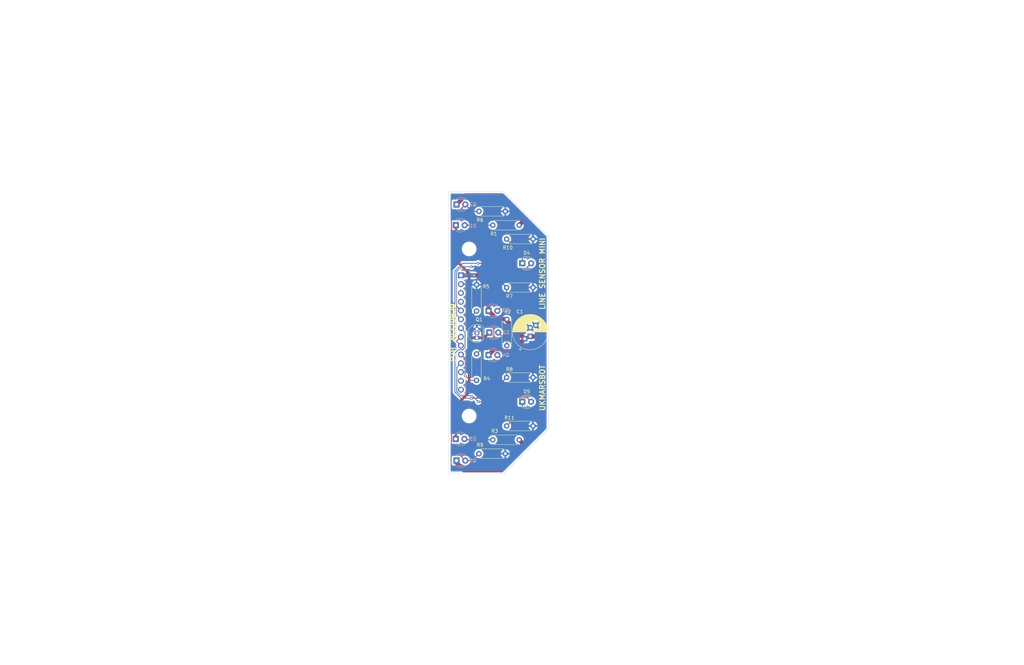
<source format=kicad_pcb>
(kicad_pcb (version 20211014) (generator pcbnew)
  (title_block (title "UKMARSBOT Template") (date "2022-08-19"))
  (layers (0 "F.Cu" signal) (31 "B.Cu" signal) (34 "B.Paste" user) (35 "F.Paste" user) (36 "B.SilkS" user "B.Silkscreen") (37 "F.SilkS" user "F.Silkscreen") (38 "B.Mask" user) (39 "F.Mask" user) (44 "Edge.Cuts" user))
  (net 0 "")
  (net 1 "GND")
  (net 2 "Net-(D1-Pad2)")
  (net 3 "Net-(D2-Pad2)")
  (net 4 "Net-(D3-Pad2)")
  (net 5 "5V")
  (net 6 "D6_LED_RIGHT")
  (net 7 "D12_EMITTERS")
  (net 8 "D11_LED_LEFT")
  (net 11 "Net-(Q1-Pad2)")
  (net 12 "Net-(D4-Pad1)")
  (net 13 "Net-(D5-Pad1)")
  (net 15 "A3_TURN")
  (net 16 "A2_LEFT_LINE")
  (net 17 "A1_RIGHT_LINE")
  (net 18 "A0_START")
  (net 19 "/EMITTER_K")
  (footprint "LED_THT:LED_D3.0mm" (layer "F.Cu") (at 159.725 85)
    (fp_text reference "D4" (at 1.27 -2.96) (layer "F.SilkS"))
    (fp_text value "LED")
    (fp_line (start -0.29 -1.236) (end -0.29 -1.08) (layer "F.SilkS") (width 0.12))
    (fp_line (start -0.29 1.08) (end -0.29 1.236) (layer "F.SilkS") (width 0.12))
    (fp_arc (start 2.31113 1.079837) (mid 1.270117 1.5) (end 0.229039 1.08) (layer "F.SilkS") (width 0.12))
    (fp_arc (start -0.29 -1.235516) (mid 1.366487 -1.987659) (end 2.942335 -1.078608) (layer "F.SilkS") (width 0.12))
    (fp_arc (start 2.942335 1.078608) (mid 1.366487 1.987659) (end -0.29 1.235516) (layer "F.SilkS") (width 0.12))
    (fp_arc (start 0.229039 -1.08) (mid 1.270117 -1.5) (end 2.31113 -1.079837) (layer "F.SilkS") (width 0.12))
    (pad "1" thru_hole rect (at 0 0) (size 1.8 1.8) (drill 0.9) (layers *.Cu *.Mask) (net 12 "Net-(D4-Pad1)"))
    (pad "2" thru_hole circle (at 2.54 0) (size 1.8 1.8) (drill 0.9) (layers *.Cu *.Mask) (net 8 "D11_LED_LEFT"))
  )
  (footprint "Package_TO_SOT_THT:TO-92_Inline" (layer "F.Cu") (at 146.61 106.52 90)
    (fp_text reference "Q1" (at 5.27 0.64 180) (layer "F.SilkS"))
    (fp_text value "BC337")
    (fp_line (start -0.53 1.85) (end 3.07 1.85) (layer "F.SilkS") (width 0.12))
    (fp_arc (start 1.27 -2.6) (mid 3.672087 -0.994977) (end 3.108478 1.838478) (layer "F.SilkS") (width 0.12))
    (fp_arc (start -0.568478 1.838478) (mid -1.132087 -0.994977) (end 1.27 -2.6) (layer "F.SilkS") (width 0.12))
    (pad "1" thru_hole rect (at 0 0 90) (size 1.05 1.5) (drill 0.75) (layers *.Cu *.Mask) (net 19 "/EMITTER_K"))
    (pad "2" thru_hole oval (at 1.27 0 90) (size 1.05 1.5) (drill 0.75) (layers *.Cu *.Mask) (net 11 "Net-(Q1-Pad2)"))
    (pad "3" thru_hole oval (at 2.54 0 90) (size 1.05 1.5) (drill 0.75) (layers *.Cu *.Mask) (net 1 "GND"))
  )
  (footprint "Resistor_THT:R_Axial_DIN0207_L6.3mm_D2.5mm_P7.62mm_Horizontal" (layer "F.Cu") (at 151.19 136)
    (fp_text reference "R3" (at 0.54 -2.5) (layer "F.SilkS"))
    (fp_text value "68R")
    (fp_line (start 7.08 1.37) (end 7.08 1.04) (layer "F.SilkS") (width 0.12))
    (fp_line (start 0.54 -1.04) (end 0.54 -1.37) (layer "F.SilkS") (width 0.12))
    (fp_line (start 0.54 1.04) (end 0.54 1.37) (layer "F.SilkS") (width 0.12))
    (fp_line (start 0.54 -1.37) (end 7.08 -1.37) (layer "F.SilkS") (width 0.12))
    (fp_line (start 0.54 1.37) (end 7.08 1.37) (layer "F.SilkS") (width 0.12))
    (fp_line (start 7.08 -1.37) (end 7.08 -1.04) (layer "F.SilkS") (width 0.12))
    (pad "1" thru_hole circle (at 0 0) (size 1.6 1.6) (drill 0.8) (layers *.Cu *.Mask) (net 4 "Net-(D3-Pad2)"))
    (pad "2" thru_hole oval (at 7.62 0) (size 1.6 1.6) (drill 0.8) (layers *.Cu *.Mask) (net 5 "5V"))
  )
  (footprint "Resistor_THT:R_Axial_DIN0207_L6.3mm_D2.5mm_P7.62mm_Horizontal" (layer "F.Cu") (at 155.25 101.19 -90)
    (fp_text reference "R2" (at -2.19 -0.25 180) (layer "F.SilkS"))
    (fp_text value "68R")
    (fp_line (start 0.54 1.37) (end 7.08 1.37) (layer "F.SilkS") (width 0.12))
    (fp_line (start 0.54 -1.37) (end 7.08 -1.37) (layer "F.SilkS") (width 0.12))
    (fp_line (start 0.54 -1.04) (end 0.54 -1.37) (layer "F.SilkS") (width 0.12))
    (fp_line (start 0.54 1.04) (end 0.54 1.37) (layer "F.SilkS") (width 0.12))
    (fp_line (start 7.08 -1.37) (end 7.08 -1.04) (layer "F.SilkS") (width 0.12))
    (fp_line (start 7.08 1.37) (end 7.08 1.04) (layer "F.SilkS") (width 0.12))
    (pad "1" thru_hole circle (at 0 0 270) (size 1.6 1.6) (drill 0.8) (layers *.Cu *.Mask) (net 5 "5V"))
    (pad "2" thru_hole oval (at 7.62 0 270) (size 1.6 1.6) (drill 0.8) (layers *.Cu *.Mask) (net 3 "Net-(D2-Pad2)"))
  )
  (footprint "LED_THT:LED_D3.0mm" (layer "F.Cu") (at 159.725 125)
    (fp_text reference "D5" (at 1.27 -2.96) (layer "F.SilkS"))
    (fp_text value "LED")
    (fp_line (start -0.29 1.08) (end -0.29 1.236) (layer "F.SilkS") (width 0.12))
    (fp_line (start -0.29 -1.236) (end -0.29 -1.08) (layer "F.SilkS") (width 0.12))
    (fp_arc (start -0.29 -1.235516) (mid 1.366487 -1.987659) (end 2.942335 -1.078608) (layer "F.SilkS") (width 0.12))
    (fp_arc (start 2.942335 1.078608) (mid 1.366487 1.987659) (end -0.29 1.235516) (layer "F.SilkS") (width 0.12))
    (fp_arc (start 2.31113 1.079837) (mid 1.270117 1.5) (end 0.229039 1.08) (layer "F.SilkS") (width 0.12))
    (fp_arc (start 0.229039 -1.08) (mid 1.270117 -1.5) (end 2.31113 -1.079837) (layer "F.SilkS") (width 0.12))
    (pad "1" thru_hole rect (at 0 0) (size 1.8 1.8) (drill 0.9) (layers *.Cu *.Mask) (net 13 "Net-(D5-Pad1)"))
    (pad "2" thru_hole circle (at 2.54 0) (size 1.8 1.8) (drill 0.9) (layers *.Cu *.Mask) (net 6 "D6_LED_RIGHT"))
  )
  (footprint "Resistor_THT:R_Axial_DIN0207_L6.3mm_D2.5mm_P7.62mm_Horizontal" (layer "F.Cu") (at 146.5 118.81 90)
    (fp_text reference "R4" (at 0.475 2.95 180) (layer "F.SilkS"))
    (fp_text value "390")
    (fp_line (start 0.54 -1.04) (end 0.54 -1.37) (layer "F.SilkS") (width 0.12))
    (fp_line (start 0.54 1.04) (end 0.54 1.37) (layer "F.SilkS") (width 0.12))
    (fp_line (start 7.08 -1.37) (end 7.08 -1.04) (layer "F.SilkS") (width 0.12))
    (fp_line (start 0.54 -1.37) (end 7.08 -1.37) (layer "F.SilkS") (width 0.12))
    (fp_line (start 7.08 1.37) (end 7.08 1.04) (layer "F.SilkS") (width 0.12))
    (fp_line (start 0.54 1.37) (end 7.08 1.37) (layer "F.SilkS") (width 0.12))
    (pad "1" thru_hole circle (at 0 0 90) (size 1.6 1.6) (drill 0.8) (layers *.Cu *.Mask) (net 7 "D12_EMITTERS"))
    (pad "2" thru_hole oval (at 7.62 0 90) (size 1.6 1.6) (drill 0.8) (layers *.Cu *.Mask) (net 11 "Net-(Q1-Pad2)"))
  )
  (footprint "MountingHole:MountingHole_3.2mm_M3" (layer "F.Cu") (at 144.37 129.13)
    (fp_text reference "H1" hide)
    (fp_text value "MountingHole" hide)
    (pad "" np_thru_hole circle (at 0 0) (size 3.2 3.2) (drill 3.2) (layers *.Cu *.Mask))
  )
  (footprint "Resistor_THT:R_Axial_DIN0207_L6.3mm_D2.5mm_P7.62mm_Horizontal" (layer "F.Cu") (at 146.5 98.81 90)
    (fp_text reference "R5" (at 7.08 2.75 180) (layer "F.SilkS"))
    (fp_text value "10k")
    (fp_line (start 0.54 -1.37) (end 7.08 -1.37) (layer "F.SilkS") (width 0.12))
    (fp_line (start 0.54 -1.04) (end 0.54 -1.37) (layer "F.SilkS") (width 0.12))
    (fp_line (start 0.54 1.04) (end 0.54 1.37) (layer "F.SilkS") (width 0.12))
    (fp_line (start 7.08 1.37) (end 7.08 1.04) (layer "F.SilkS") (width 0.12))
    (fp_line (start 0.54 1.37) (end 7.08 1.37) (layer "F.SilkS") (width 0.12))
    (fp_line (start 7.08 -1.37) (end 7.08 -1.04) (layer "F.SilkS") (width 0.12))
    (pad "1" thru_hole circle (at 0 0 90) (size 1.6 1.6) (drill 0.8) (layers *.Cu *.Mask) (net 11 "Net-(Q1-Pad2)"))
    (pad "2" thru_hole oval (at 7.62 0 90) (size 1.6 1.6) (drill 0.8) (layers *.Cu *.Mask) (net 1 "GND"))
  )
  (footprint "Resistor_THT:R_Axial_DIN0207_L6.3mm_D2.5mm_P7.62mm_Horizontal" (layer "F.Cu") (at 155.19 92)
    (fp_text reference "R7" (at 0.81 2.5) (layer "F.SilkS"))
    (fp_text value "2k0")
    (fp_line (start 7.08 -1.37) (end 7.08 -1.04) (layer "F.SilkS") (width 0.12))
    (fp_line (start 0.54 1.04) (end 0.54 1.37) (layer "F.SilkS") (width 0.12))
    (fp_line (start 7.08 1.37) (end 7.08 1.04) (layer "F.SilkS") (width 0.12))
    (fp_line (start 0.54 -1.04) (end 0.54 -1.37) (layer "F.SilkS") (width 0.12))
    (fp_line (start 0.54 1.37) (end 7.08 1.37) (layer "F.SilkS") (width 0.12))
    (fp_line (start 0.54 -1.37) (end 7.08 -1.37) (layer "F.SilkS") (width 0.12))
    (pad "1" thru_hole circle (at 0 0) (size 1.6 1.6) (drill 0.8) (layers *.Cu *.Mask) (net 16 "A2_LEFT_LINE"))
    (pad "2" thru_hole oval (at 7.62 0) (size 1.6 1.6) (drill 0.8) (layers *.Cu *.Mask) (net 1 "GND"))
  )
  (footprint "Resistor_THT:R_Axial_DIN0207_L6.3mm_D2.5mm_P7.62mm_Horizontal" (layer "F.Cu") (at 155.19 132)
    (fp_text reference "R11" (at 0.81 -2.37) (layer "F.SilkS"))
    (fp_text value "2k0")
    (fp_line (start 7.08 1.37) (end 7.08 1.04) (layer "F.SilkS") (width 0.12))
    (fp_line (start 0.54 -1.37) (end 7.08 -1.37) (layer "F.SilkS") (width 0.12))
    (fp_line (start 0.54 1.04) (end 0.54 1.37) (layer "F.SilkS") (width 0.12))
    (fp_line (start 0.54 -1.04) (end 0.54 -1.37) (layer "F.SilkS") (width 0.12))
    (fp_line (start 0.54 1.37) (end 7.08 1.37) (layer "F.SilkS") (width 0.12))
    (fp_line (start 7.08 -1.37) (end 7.08 -1.04) (layer "F.SilkS") (width 0.12))
    (pad "1" thru_hole circle (at 0 0) (size 1.6 1.6) (drill 0.8) (layers *.Cu *.Mask) (net 13 "Net-(D5-Pad1)"))
    (pad "2" thru_hole oval (at 7.62 0) (size 1.6 1.6) (drill 0.8) (layers *.Cu *.Mask) (net 1 "GND"))
  )
  (footprint "Resistor_THT:R_Axial_DIN0207_L6.3mm_D2.5mm_P7.62mm_Horizontal" (layer "F.Cu") (at 147.19 70)
    (fp_text reference "R6" (at 0.31 2.5) (layer "F.SilkS"))
    (fp_text value "2k0")
    (fp_line (start 7.08 1.37) (end 7.08 1.04) (layer "F.SilkS") (width 0.12))
    (fp_line (start 7.08 -1.37) (end 7.08 -1.04) (layer "F.SilkS") (width 0.12))
    (fp_line (start 0.54 -1.37) (end 7.08 -1.37) (layer "F.SilkS") (width 0.12))
    (fp_line (start 0.54 -1.04) (end 0.54 -1.37) (layer "F.SilkS") (width 0.12))
    (fp_line (start 0.54 1.37) (end 7.08 1.37) (layer "F.SilkS") (width 0.12))
    (fp_line (start 0.54 1.04) (end 0.54 1.37) (layer "F.SilkS") (width 0.12))
    (pad "1" thru_hole circle (at 0 0) (size 1.6 1.6) (drill 0.8) (layers *.Cu *.Mask) (net 15 "A3_TURN"))
    (pad "2" thru_hole oval (at 7.62 0) (size 1.6 1.6) (drill 0.8) (layers *.Cu *.Mask) (net 1 "GND"))
  )
  (footprint "MountingHole:MountingHole_3.2mm_M3" (layer "F.Cu") (at 144.37 80.87)
    (fp_text reference "H2" hide)
    (fp_text value "MountingHole" hide)
    (pad "" np_thru_hole circle (at 0 0) (size 3.2 3.2) (drill 3.2) (layers *.Cu *.Mask))
  )
  (footprint "Resistor_THT:R_Axial_DIN0207_L6.3mm_D2.5mm_P7.62mm_Horizontal" (layer "F.Cu") (at 155.19 118)
    (fp_text reference "R8" (at 0.81 -2.37) (layer "F.SilkS"))
    (fp_text value "2k0")
    (fp_line (start 7.08 1.37) (end 7.08 1.04) (layer "F.SilkS") (width 0.12))
    (fp_line (start 0.54 1.37) (end 7.08 1.37) (layer "F.SilkS") (width 0.12))
    (fp_line (start 0.54 -1.37) (end 7.08 -1.37) (layer "F.SilkS") (width 0.12))
    (fp_line (start 0.54 1.04) (end 0.54 1.37) (layer "F.SilkS") (width 0.12))
    (fp_line (start 0.54 -1.04) (end 0.54 -1.37) (layer "F.SilkS") (width 0.12))
    (fp_line (start 7.08 -1.37) (end 7.08 -1.04) (layer "F.SilkS") (width 0.12))
    (pad "1" thru_hole circle (at 0 0) (size 1.6 1.6) (drill 0.8) (layers *.Cu *.Mask) (net 17 "A1_RIGHT_LINE"))
    (pad "2" thru_hole oval (at 7.62 0) (size 1.6 1.6) (drill 0.8) (layers *.Cu *.Mask) (net 1 "GND"))
  )
  (footprint "Resistor_THT:R_Axial_DIN0207_L6.3mm_D2.5mm_P7.62mm_Horizontal" (layer "F.Cu") (at 155.19 78)
    (fp_text reference "R10" (at 0.31 2.5) (layer "F.SilkS"))
    (fp_text value "2k0")
    (fp_line (start 0.54 -1.37) (end 7.08 -1.37) (layer "F.SilkS") (width 0.12))
    (fp_line (start 7.08 1.37) (end 7.08 1.04) (layer "F.SilkS") (width 0.12))
    (fp_line (start 0.54 1.37) (end 7.08 1.37) (layer "F.SilkS") (width 0.12))
    (fp_line (start 0.54 -1.04) (end 0.54 -1.37) (layer "F.SilkS") (width 0.12))
    (fp_line (start 7.08 -1.37) (end 7.08 -1.04) (layer "F.SilkS") (width 0.12))
    (fp_line (start 0.54 1.04) (end 0.54 1.37) (layer "F.SilkS") (width 0.12))
    (pad "1" thru_hole circle (at 0 0) (size 1.6 1.6) (drill 0.8) (layers *.Cu *.Mask) (net 12 "Net-(D4-Pad1)"))
    (pad "2" thru_hole oval (at 7.62 0) (size 1.6 1.6) (drill 0.8) (layers *.Cu *.Mask) (net 1 "GND"))
  )
  (footprint "Capacitor_THT:CP_Radial_D10.0mm_P2.50mm_P5.00mm" (layer "F.Cu") (at 162 106.117677 90)
    (fp_text reference "C1" (at 7.117677 -3 180) (layer "F.SilkS"))
    (fp_text value "C_Polarized")
    (fp_line (start 2.971 -4.783) (end 2.971 -1.04) (layer "F.SilkS") (width 0.12))
    (fp_line (start 3.611 -4.504) (end 3.611 0.56) (layer "F.SilkS") (width 0.12))
    (fp_line (start 5.131 -3.301) (end 5.131 3.301) (layer "F.SilkS") (width 0.12))
    (fp_line (start 3.011 -4.768) (end 3.011 -1.04) (layer "F.SilkS") (width 0.12))
    (fp_line (start 2.251 -4.982) (end 2.251 -1.04) (layer "F.SilkS") (width 0.12))
    (fp_line (start 3.331 -4.639) (end 3.331 -1.04) (layer "F.SilkS") (width 0.12))
    (fp_line (start 5.211 -3.206) (end 5.211 3.206) (layer "F.SilkS") (width 0.12))
    (fp_line (start 2.491 2.64) (end 2.491 4.928) (layer "F.SilkS") (width 0.12))
    (fp_line (start 4.771 -3.679) (end 4.771 3.679) (layer "F.SilkS") (width 0.12))
    (fp_line (start 5.691 -2.51) (end 5.691 2.51) (layer "F.SilkS") (width 0.12))
    (fp_line (start 2.051 1.04) (end 2.051 5.018) (layer "F.SilkS") (width 0.12))
    (fp_line (start 5.771 -2.365) (end 5.771 2.365) (layer "F.SilkS") (width 0.12))
    (fp_line (start 4.451 -3.957) (end 4.451 3.957) (layer "F.SilkS") (width 0.12))
    (fp_line (start 2.891 -4.811) (end 2.891 -1.04) (layer "F.SilkS") (width 0.12))
    (fp_line (start 4.971 -3.478) (end 4.971 3.478) (layer "F.SilkS") (width 0.12))
    (fp_line (start 4.171 -4.166) (end 4.171 0.56) (layer "F.SilkS") (width 0.12))
    (fp_line (start 1.89 1.04) (end 1.89 5.04) (layer "F.SilkS") (width 0.12))
    (fp_line (start 4.531 -3.892) (end 4.531 3.892) (layer "F.SilkS") (width 0.12))
    (fp_line (start 2.131 -5.004) (end 2.131 -1.04) (layer "F.SilkS") (width 0.12))
    (fp_line (start 1.73 1.04) (end 1.73 5.058) (layer "F.SilkS") (width 0.12))
    (fp_line (start 1.85 1.04) (end 1.85 5.045) (layer "F.SilkS") (width 0.12))
    (fp_line (start 3.171 2.64) (end 3.171 4.707) (layer "F.SilkS") (width 0.12))
    (fp_line (start 3.931 -4.323) (end 3.931 0.56) (layer "F.SilkS") (width 0.12))
    (fp_line (start 4.171 2.64) (end 4.171 4.166) (layer "F.SilkS") (width 0.12))
    (fp_line (start 2.251 2.64) (end 2.251 4.982) (layer "F.SilkS") (width 0.12))
    (fp_line (start 2.131 1.04) (end 2.131 5.004) (layer "F.SilkS") (width 0.12))
    (fp_line (start 3.971 -4.298) (end 3.971 0.56) (layer "F.SilkS") (width 0.12))
    (fp_line (start 3.491 -4.564) (end 3.491 -1.04) (layer "F.SilkS") (width 0.12))
    (fp_line (start 2.531 -4.918) (end 2.531 -1.04) (layer "F.SilkS") (width 0.12))
    (fp_line (start 4.051 -4.247) (end 4.051 0.56) (layer "F.SilkS") (width 0.12))
    (fp_line (start 2.331 -4.965) (end 2.331 -1.04) (layer "F.SilkS") (width 0.12))
    (fp_line (start 2.291 -4.974) (end 2.291 -1.04) (layer "F.SilkS") (width 0.12))
    (fp_line (start 3.251 2.64) (end 3.251 4.674) (layer "F.SilkS") (width 0.12))
    (fp_line (start 6.211 -1.23) (end 6.211 1.23) (layer "F.SilkS") (width 0.12))
    (fp_line (start 3.091 2.64) (end 3.091 4.738) (layer "F.SilkS") (width 0.12))
    (fp_line (start 5.171 -3.254) (end 5.171 3.254) (layer "F.SilkS") (width 0.12))
    (fp_line (start 1.77 -5.054) (end 1.77 -1.04) (layer "F.SilkS") (width 0.12))
    (fp_line (start 4.091 2.64) (end 4.091 4.221) (layer "F.SilkS") (width 0.12))
    (fp_line (start 4.251 -4.11) (end 4.251 4.11) (layer "F.SilkS") (width 0.12))
    (fp_line (start 3.531 2.64) (end 3.531 4.545) (layer "F.SilkS") (width 0.12))
    (fp_line (start 3.851 2.64) (end 3.851 4.371) (layer "F.SilkS") (width 0.12))
    (fp_line (start 5.731 -2.439) (end 5.731 2.439) (layer "F.SilkS") (width 0.12))
    (fp_line (start 3.971 2.64) (end 3.971 4.298) (layer "F.SilkS") (width 0.12))
    (fp_line (start 6.291 -0.862) (end 6.291 0.862) (layer "F.SilkS") (width 0.12))
    (fp_line (start 3.451 2.64) (end 3.451 4.584) (layer "F.SilkS") (width 0.12))
    (fp_line (start 3.531 -4.545) (end 3.531 -1.04) (layer "F.SilkS") (width 0.12))
    (fp_line (start 2.091 -5.011) (end 2.091 -1.04) (layer "F.SilkS") (width 0.12))
    (fp_line (start -4.229646 -2.875) (end -3.229646 -2.875) (layer "F.SilkS") (width 0.12))
    (fp_line (start 3.131 2.64) (end 3.131 4.723) (layer "F.SilkS") (width 0.12))
    (fp_line (start 1.65 -5.065) (end 1.65 -1.04) (layer "F.SilkS") (width 0.12))
    (fp_line (start 2.091 1.04) (end 2.091 5.011) (layer "F.SilkS") (width 0.12))
    (fp_line (start 1.971 -5.03) (end 1.971 -1.04) (layer "F.SilkS") (width 0.12))
    (fp_line (start 2.571 2.64) (end 2.571 4.907) (layer "F.SilkS") (width 0.12))
    (fp_line (start 2.531 2.64) (end 2.531 4.918) (layer "F.SilkS") (width 0.12))
    (fp_line (start 3.931 2.64) (end 3.931 4.323) (layer "F.SilkS") (width 0.12))
    (fp_line (start 3.051 -4.754) (end 3.051 -1.04) (layer "F.SilkS") (width 0.12))
    (fp_line (start 6.171 -1.378) (end 6.171 1.378) (layer "F.SilkS") (width 0.12))
    (fp_line (start 4.691 -3.753) (end 4.691 3.753) (layer "F.SilkS") (width 0.12))
    (fp_line (start -3.729646 -3.375) (end -3.729646 -2.375) (layer "F.SilkS") (width 0.12))
    (fp_line (start 4.731 -3.716) (end 4.731 3.716) (layer "F.SilkS") (width 0.12))
    (fp_line (start 4.091 -4.221) (end 4.091 0.56) (layer "F.SilkS") (width 0.12))
    (fp_line (start 2.291 2.64) (end 2.291 4.974) (layer "F.SilkS") (width 0.12))
    (fp_line (start 2.611 -4.897) (end 2.611 -1.04) (layer "F.SilkS") (width 0.12))
    (fp_line (start 2.851 -4.824) (end 2.851 -1.04) (layer "F.SilkS") (width 0.12))
    (fp_line (start 3.891 -4.347) (end 3.891 0.56) (layer "F.SilkS") (width 0.12))
    (fp_line (start 2.851 2.64) (end 2.851 4.824) (layer "F.SilkS") (width 0.12))
    (fp_line (start 4.291 -4.08) (end 4.291 4.08) (layer "F.SilkS") (width 0.12))
    (fp_line (start 4.211 2.64) (end 4.211 4.138) (layer "F.SilkS") (width 0.12))
    (fp_line (start 3.771 2.64) (end 3.771 4.417) (layer "F.SilkS") (width 0.12))
    (fp_line (start 3.811 2.64) (end 3.811 4.395) (layer "F.SilkS") (width 0.12))
    (fp_line (start 2.371 -4.956) (end 2.371 -1.04) (layer "F.SilkS") (width 0.12))
    (fp_line (start 2.011 -5.024) (end 2.011 -1.04) (layer "F.SilkS") (width 0.12))
    (fp_line (start 3.771 -4.417) (end 3.771 0.56) (layer "F.SilkS") (width 0.12))
    (fp_line (start 5.411 -2.945) (end 5.411 2.945) (layer "F.SilkS") (width 0.12))
    (fp_line (start 2.891 2.64) (end 2.891 4.811) (layer "F.SilkS") (width 0.12))
    (fp_line (start 4.611 -3.824) (end 4.611 3.824) (layer "F.SilkS") (width 0.12))
    (fp_line (start 3.731 -4.44) (end 3.731 0.56) (layer "F.SilkS") (width 0.12))
    (fp_line (start 6.051 -1.742) (end 6.051 1.742) (layer "F.SilkS") (width 0.12))
    (fp_line (start 3.691 -4.462) (end 3.691 0.56) (layer "F.SilkS") (width 0.12))
    (fp_line (start 1.29 -5.08) (end 1.29 5.08) (layer "F.SilkS") (width 0.12))
    (fp_line (start 1.37 -5.079) (end 1.37 5.079) (layer "F.SilkS") (width 0.12))
    (fp_line (start 5.891 -2.125) (end 5.891 2.125) (layer "F.SilkS") (width 0.12))
    (fp_line (start 2.771 -4.85) (end 2.771 -1.04) (layer "F.SilkS") (width 0.12))
    (fp_line (start 4.331 -4.05) (end 4.331 4.05) (layer "F.SilkS") (width 0.12))
    (fp_line (start 3.411 -4.603) (end 3.411 -1.04) (layer "F.SilkS") (width 0.12))
    (fp_line (start 1.85 -5.045) (end 1.85 -1.04) (layer "F.SilkS") (width 0.12))
    (fp_line (start 4.651 -3.789) (end 4.651 3.789) (layer "F.SilkS") (width 0.12))
    (fp_line (start 5.811 -2.289) (end 5.811 2.289) (layer "F.SilkS") (width 0.12))
    (fp_line (start 4.011 2.64) (end 4.011 4.273) (layer "F.SilkS") (width 0.12))
    (fp_line (start 2.971 2.64) (end 2.971 4.783) (layer "F.SilkS") (width 0.12))
    (fp_line (start 3.451 -4.584) (end 3.451 -1.04) (layer "F.SilkS") (width 0.12))
    (fp_line (start 1.69 1.04) (end 1.69 5.062) (layer "F.SilkS") (width 0.12))
    (fp_line (start 1.41 -5.078) (end 1.41 5.078) (layer "F.SilkS") (width 0.12))
    (fp_line (start 3.171 -4.707) (end 3.171 -1.04) (layer "F.SilkS") (width 0.12))
    (fp_line (start 2.571 -4.907) (end 2.571 -1.04) (layer "F.SilkS") (width 0.12))
    (fp_line (start 1.77 1.04) (end 1.77 5.054) (layer "F.SilkS") (width 0.12))
    (fp_line (start 2.451 2.64) (end 2.451 4.938) (layer "F.SilkS") (width 0.12))
    (fp_line (start 1.93 -5.035) (end 1.93 -1.04) (layer "F.SilkS") (width 0.12))
    (fp_line (start 5.851 -2.209) (end 5.851 2.209) (layer "F.SilkS") (width 0.12))
    (fp_line (start 2.731 -4.862) (end 2.731 -1.04) (layer "F.SilkS") (width 0.12))
    (fp_line (start 1.33 -5.08) (end 1.33 5.08) (layer "F.SilkS") (width 0.12))
    (fp_line (start 5.971 -1.944) (end 5.971 1.944) (layer "F.SilkS") (width 0.12))
    (fp_line (start 5.371 -3) (end 5.371 3) (layer "F.SilkS") (width 0.12))
    (fp_line (start 2.211 2.64) (end 2.211 4.99) (layer "F.SilkS") (width 0.12))
    (fp_line (start 2.331 2.64) (end 2.331 4.965) (layer "F.SilkS") (width 0.12))
    (fp_line (start 1.61 1.04) (end 1.61 5.068) (layer "F.SilkS") (width 0.12))
    (fp_line (start 1.57 -5.07) (end 1.57 -1.04) (layer "F.SilkS") (width 0.12))
    (fp_line (start 2.771 2.64) (end 2.771 4.85) (layer "F.SilkS") (width 0.12))
    (fp_line (start 2.171 2.64) (end 2.171 4.997) (layer "F.SilkS") (width 0.12))
    (fp_line (start 4.051 2.64) (end 4.051 4.247) (layer "F.SilkS") (width 0.12))
    (fp_line (start 3.331 2.64) (end 3.331 4.639) (layer "F.SilkS") (width 0.12))
    (fp_line (start 5.931 -2.037) (end 5.931 2.037) (layer "F.SilkS") (width 0.12))
    (fp_line (start 4.211 -4.138) (end 4.211 0.56) (layer "F.SilkS") (width 0.12))
    (fp_line (start 2.731 2.64) (end 2.731 4.862) (layer "F.SilkS") (width 0.12))
    (fp_line (start 3.731 2.64) (end 3.731 4.44) (layer "F.SilkS") (width 0.12))
    (fp_line (start 3.411 2.64) (end 3.411 4.603) (layer "F.SilkS") (width 0.12))
    (fp_line (start 1.89 -5.04) (end 1.89 -1.04) (layer "F.SilkS") (width 0.12))
    (fp_line (start 3.211 2.64) (end 3.211 4.69) (layer "F.SilkS") (width 0.12))
    (fp_line (start 3.571 2.64) (end 3.571 4.525) (layer "F.SilkS") (width 0.12))
    (fp_line (start 3.131 -4.723) (end 3.131 -1.04) (layer "F.SilkS") (width 0.12))
    (fp_line (start 1.53 -5.073) (end 1.53 -1.04) (layer "F.SilkS") (width 0.12))
    (fp_line (start 1.45 -5.077) (end 1.45 5.077) (layer "F.SilkS") (width 0.12))
    (fp_line (start 2.931 -4.797) (end 2.931 -1.04) (layer "F.SilkS") (width 0.12))
    (fp_line (start 2.691 -4.874) (end 2.691 -1.04) (layer "F.SilkS") (width 0.12))
    (fp_line (start 3.811 -4.395) (end 3.811 0.56) (layer "F.SilkS") (width 0.12))
    (fp_line (start 4.411 -3.989) (end 4.411 3.989) (layer "F.SilkS") (width 0.12))
    (fp_line (start 3.651 -4.483) (end 3.651 0.56) (layer "F.SilkS") (width 0.12))
    (fp_line (start 2.171 -4.997) (end 2.171 -1.04) (layer "F.SilkS") (width 0.12))
    (fp_line (start 2.051 -5.018) (end 2.051 -1.04) (layer "F.SilkS") (width 0.12))
    (fp_line (start 2.411 -4.947) (end 2.411 -1.04) (layer "F.SilkS") (width 0.12))
    (fp_line (start 1.53 1.04) (end 1.53 5.073) (layer "F.SilkS") (width 0.12))
    (fp_line (start 6.011 -1.846) (end 6.011 1.846) (layer "F.SilkS") (width 0.12))
    (fp_line (start 1.61 -5.068) (end 1.61 -1.04) (layer "F.SilkS") (width 0.12))
    (fp_line (start 3.291 2.64) (end 3.291 4.657) (layer "F.SilkS") (width 0.12))
    (fp_line (start 4.851 -3.601) (end 4.851 3.601) (layer "F.SilkS") (width 0.12))
    (fp_line (start 1.971 1.04) (end 1.971 5.03) (layer "F.SilkS") (width 0.12))
    (fp_line (start 2.451 -4.938) (end 2.451 -1.04) (layer "F.SilkS") (width 0.12))
    (fp_line (start 2.211 -4.99) (end 2.211 -1.04) (layer "F.SilkS") (width 0.12))
    (fp_line (start 3.491 2.64) (end 3.491 4.564) (layer "F.SilkS") (width 0.12))
    (fp_line (start 3.011 2.64) (end 3.011 4.768) (layer "F.SilkS") (width 0.12))
    (fp_line (start 3.371 -4.621) (end 3.371 -1.04) (layer "F.SilkS") (width 0.12))
    (fp_line (start 5.571 -2.709) (end 5.571 2.709) (layer "F.SilkS") (width 0.12))
    (fp_line (start 3.891 2.64) (end 3.891 4.347) (layer "F.SilkS") (width 0.12))
    (fp_line (start 2.651 -4.885) (end 2.651 -1.04) (layer "F.SilkS") (width 0.12))
    (fp_line (start 5.251 -3.156) (end 5.251 3.156) (layer "F.SilkS") (width 0.12))
    (fp_line (start 1.65 1.04) (end 1.65 5.065) (layer "F.SilkS") (width 0.12))
    (fp_line (start 5.651 -2.579) (end 5.651 2.579) (layer "F.SilkS") (width 0.12))
    (fp_line (start 4.131 -4.194) (end 4.131 0.56) (layer "F.SilkS") (width 0.12))
    (fp_line (start 4.131 2.64) (end 4.131 4.194) (layer "F.SilkS") (width 0.12))
    (fp_line (start 6.331 -0.599) (end 6.331 0.599) (layer "F.SilkS") (width 0.12))
    (fp_line (start 3.091 -4.738) (end 3.091 -1.04) (layer "F.SilkS") (width 0.12))
    (fp_line (start 5.331 -3.054) (end 5.331 3.054) (layer "F.SilkS") (width 0.12))
    (fp_line (start 1.49 1.04) (end 1.49 5.075) (layer "F.SilkS") (width 0.12))
    (fp_line (start 5.291 -3.106) (end 5.291 3.106) (layer "F.SilkS") (width 0.12))
    (fp_line (start 2.011 1.04) (end 2.011 5.024) (layer "F.SilkS") (width 0.12))
    (fp_line (start 2.931 2.64) (end 2.931 4.797) (layer "F.SilkS") (width 0.12))
    (fp_line (start 5.491 -2.83) (end 5.491 2.83) (layer "F.SilkS") (width 0.12))
    (fp_line (start 2.691 2.64) (end 2.691 4.874) (layer "F.SilkS") (width 0.12))
    (fp_line (start 4.811 -3.64) (end 4.811 3.64) (layer "F.SilkS") (width 0.12))
    (fp_line (start 4.011 -4.273) (end 4.011 0.56) (layer "F.SilkS") (width 0.12))
    (fp_line (start 3.211 -4.69) (end 3.211 -1.04) (layer "F.SilkS") (width 0.12))
    (fp_line (start 3.611 2.64) (end 3.611 4.504) (layer "F.SilkS") (width 0.12))
    (fp_line (start 1.73 -5.058) (end 1.73 -1.04) (layer "F.SilkS") (width 0.12))
    (fp_line (start 3.371 2.64) (end 3.371 4.621) (layer "F.SilkS") (width 0.12))
    (fp_line (start 3.251 -4.674) (end 3.251 -1.04) (layer "F.SilkS") (width 0.12))
    (fp_line (start 1.93 1.04) (end 1.93 5.035) (layer "F.SilkS") (width 0.12))
    (fp_line (start 1.69 -5.062) (end 1.69 -1.04) (layer "F.SilkS") (width 0.12))
    (fp_line (start 5.451 -2.889) (end 5.451 2.889) (layer "F.SilkS") (width 0.12))
    (fp_line (start 2.611 2.64) (end 2.611 4.897) (layer "F.SilkS") (width 0.12))
    (fp_line (start 3.851 -4.371) (end 3.851 0.56) (layer "F.SilkS") (width 0.12))
    (fp_line (start 3.291 -4.657) (end 3.291 -1.04) (layer "F.SilkS") (width 0.12))
    (fp_line (start 5.531 -2.77) (end 5.531 2.77) (layer "F.SilkS") (width 0.12))
    (fp_line (start 2.651 2.64) (end 2.651 4.885) (layer "F.SilkS") (width 0.12))
    (fp_line (start 5.091 -3.347) (end 5.091 3.347) (layer "F.SilkS") (width 0.12))
    (fp_line (start 1.81 -5.05) (end 1.81 -1.04) (layer "F.SilkS") (width 0.12))
    (fp_line (start 3.051 2.64) (end 3.051 4.754) (layer "F.SilkS") (width 0.12))
    (fp_line (start 4.371 -4.02) (end 4.371 4.02) (layer "F.SilkS") (width 0.12))
    (fp_line (start 2.411 2.64) (end 2.411 4.947) (layer "F.SilkS") (width 0.12))
    (fp_line (start 3.651 2.64) (end 3.651 4.483) (layer "F.SilkS") (width 0.12))
    (fp_line (start 5.011 -3.436) (end 5.011 3.436) (layer "F.SilkS") (width 0.12))
    (fp_line (start 5.611 -2.645) (end 5.611 2.645) (layer "F.SilkS") (width 0.12))
    (fp_line (start 6.251 -1.062) (end 6.251 1.062) (layer "F.SilkS") (width 0.12))
    (fp_line (start 2.491 -4.928) (end 2.491 -1.04) (layer "F.SilkS") (width 0.12))
    (fp_line (start 2.371 2.64) (end 2.371 4.956) (layer "F.SilkS") (width 0.12))
    (fp_line (start 1.57 1.04) (end 1.57 5.07) (layer "F.SilkS") (width 0.12))
    (fp_line (start 4.491 -3.925) (end 4.491 3.925) (layer "F.SilkS") (width 0.12))
    (fp_line (start 1.81 1.04) (end 1.81 5.05) (layer "F.SilkS") (width 0.12))
    (fp_line (start 1.25 -5.08) (end 1.25 5.08) (layer "F.SilkS") (width 0.12))
    (fp_line (start 1.49 -5.075) (end 1.49 -1.04) (layer "F.SilkS") (width 0.12))
    (fp_line (start 4.891 -3.561) (end 4.891 3.561) (layer "F.SilkS") (width 0.12))
    (fp_line (start 4.931 -3.52) (end 4.931 3.52) (layer "F.SilkS") (width 0.12))
    (fp_line (start 3.571 -4.525) (end 3.571 0.56) (layer "F.SilkS") (width 0.12))
    (fp_line (start 2.811 2.64) (end 2.811 4.837) (layer "F.SilkS") (width 0.12))
    (fp_line (start 4.571 -3.858) (end 4.571 3.858) (layer "F.SilkS") (width 0.12))
    (fp_line (start 2.811 -4.837) (end 2.811 -1.04) (layer "F.SilkS") (width 0.12))
    (fp_line (start 6.091 -1.63) (end 6.091 1.63) (layer "F.SilkS") (width 0.12))
    (fp_line (start 5.051 -3.392) (end 5.051 3.392) (layer "F.SilkS") (width 0.12))
    (fp_line (start 3.691 2.64) (end 3.691 4.462) (layer "F.SilkS") (width 0.12))
    (fp_line (start 6.131 -1.51) (end 6.131 1.51) (layer "F.SilkS") (width 0.12))
    (fp_circle (center 1.25 0) (end 6.37 0) (layer "F.SilkS") (width 0.12) (fill none))
    (pad "1" thru_hole rect (at -0.670937 -1.6 90) (size 1.6 1.6) (drill 0.8) (layers *.Cu *.Mask) (net 5 "5V"))
    (pad "1" thru_hole rect (at 0 0 90) (size 1.6 1.6) (drill 0.8) (layers *.Cu *.Mask) (net 5 "5V"))
    (pad "2" thru_hole circle (at 2.5 0 90) (size 1.6 1.6) (drill 0.8) (layers *.Cu *.Mask) (net 1 "GND"))
    (pad "2" thru_hole circle (at 3.170937 1.6 90) (size 1.6 1.6) (drill 0.8) (layers *.Cu *.Mask) (net 1 "GND"))
  )
  (footprint "Resistor_THT:R_Axial_DIN0207_L6.3mm_D2.5mm_P7.62mm_Horizontal" (layer "F.Cu") (at 147.19 140)
    (fp_text reference "R9" (at 0.31 -2.5) (layer "F.SilkS"))
    (fp_text value "2k0")
    (fp_line (start 0.54 1.04) (end 0.54 1.37) (layer "F.SilkS") (width 0.12))
    (fp_line (start 7.08 1.37) (end 7.08 1.04) (layer "F.SilkS") (width 0.12))
    (fp_line (start 0.54 1.37) (end 7.08 1.37) (layer "F.SilkS") (width 0.12))
    (fp_line (start 0.54 -1.37) (end 7.08 -1.37) (layer "F.SilkS") (width 0.12))
    (fp_line (start 0.54 -1.04) (end 0.54 -1.37) (layer "F.SilkS") (width 0.12))
    (fp_line (start 7.08 -1.37) (end 7.08 -1.04) (layer "F.SilkS") (width 0.12))
    (pad "1" thru_hole circle (at 0 0) (size 1.6 1.6) (drill 0.8) (layers *.Cu *.Mask) (net 18 "A0_START"))
    (pad "2" thru_hole oval (at 7.62 0) (size 1.6 1.6) (drill 0.8) (layers *.Cu *.Mask) (net 1 "GND"))
  )
  (footprint "Resistor_THT:R_Axial_DIN0207_L6.3mm_D2.5mm_P7.62mm_Horizontal" (layer "F.Cu") (at 151.19 74)
    (fp_text reference "R1" (at 0.31 2.5) (layer "F.SilkS"))
    (fp_text value "68R")
    (fp_line (start 0.54 -1.37) (end 7.08 -1.37) (layer "F.SilkS") (width 0.12))
    (fp_line (start 7.08 -1.37) (end 7.08 -1.04) (layer "F.SilkS") (width 0.12))
    (fp_line (start 0.54 -1.04) (end 0.54 -1.37) (layer "F.SilkS") (width 0.12))
    (fp_line (start 0.54 1.37) (end 7.08 1.37) (layer "F.SilkS") (width 0.12))
    (fp_line (start 0.54 1.04) (end 0.54 1.37) (layer "F.SilkS") (width 0.12))
    (fp_line (start 7.08 1.37) (end 7.08 1.04) (layer "F.SilkS") (width 0.12))
    (pad "1" thru_hole circle (at 0 0) (size 1.6 1.6) (drill 0.8) (layers *.Cu *.Mask) (net 2 "Net-(D1-Pad2)"))
    (pad "2" thru_hole oval (at 7.62 0) (size 1.6 1.6) (drill 0.8) (layers *.Cu *.Mask) (net 5 "5V"))
  )
  (footprint "LED_THT:LED_D3.0mm" (layer "B.Cu") (at 140.475 135.75)
    (fp_text reference "D3" (at 5.025 0) (layer "B.SilkS") (effects (justify mirror)))
    (fp_text value "LED")
    (fp_line (start -0.29 1.236) (end -0.29 1.08) (layer "B.SilkS") (width 0.12))
    (fp_line (start -0.29 -1.08) (end -0.29 -1.236) (layer "B.SilkS") (width 0.12))
    (fp_arc (start -0.29 -1.235516) (mid 1.366487 -1.987659) (end 2.942335 -1.078608) (layer "B.SilkS") (width 0.12))
    (fp_arc (start 2.942335 1.078608) (mid 1.366487 1.987659) (end -0.29 1.235516) (layer "B.SilkS") (width 0.12))
    (fp_arc (start 2.31113 1.079837) (mid 1.270117 1.5) (end 0.229039 1.08) (layer "B.SilkS") (width 0.12))
    (fp_arc (start 0.229039 -1.08) (mid 1.270117 -1.5) (end 2.31113 -1.079837) (layer "B.SilkS") (width 0.12))
    (pad "1" thru_hole rect (at 0 0) (size 1.8 1.8) (drill 0.9) (layers *.Cu *.Mask) (net 19 "/EMITTER_K"))
    (pad "2" thru_hole circle (at 2.54 0) (size 1.8 1.8) (drill 0.9) (layers *.Cu *.Mask) (net 4 "Net-(D3-Pad2)"))
  )
  (footprint "LED_THT:LED_D3.0mm_IRGrey" (layer "B.Cu") (at 140.725 142)
    (fp_text reference "Q5" (at 4.775 0) (layer "B.SilkS") (effects (justify mirror)))
    (fp_text value "Q_Photo_NPN")
    (fp_line (start -0.29 -1.08) (end -0.29 -1.236) (layer "B.SilkS") (width 0.12))
    (fp_line (start -0.29 1.236) (end -0.29 1.08) (layer "B.SilkS") (width 0.12))
    (fp_arc (start 2.31113 1.079837) (mid 1.270117 1.5) (end 0.229039 1.08) (layer "B.SilkS") (width 0.12))
    (fp_arc (start 0.229039 -1.08) (mid 1.270117 -1.5) (end 2.31113 -1.079837) (layer "B.SilkS") (width 0.12))
    (fp_arc (start 2.942335 1.078608) (mid 1.366487 1.987659) (end -0.29 1.235516) (layer "B.SilkS") (width 0.12))
    (fp_arc (start -0.29 -1.235516) (mid 1.366487 -1.987659) (end 2.942335 -1.078608) (layer "B.SilkS") (width 0.12))
    (pad "1" thru_hole rect (at 0 0) (size 1.8 1.8) (drill 0.9) (layers *.Cu *.Mask) (net 5 "5V"))
    (pad "2" thru_hole circle (at 2.54 0) (size 1.8 1.8) (drill 0.9) (layers *.Cu *.Mask) (net 18 "A0_START"))
  )
  (footprint "LED_THT:LED_D3.0mm_IRGrey" (layer "B.Cu") (at 149.975 111.5)
    (fp_text reference "Q4" (at 5.025 0) (layer "B.SilkS") (effects (justify mirror)))
    (fp_text value "Q_Photo_NPN")
    (fp_line (start -0.29 1.236) (end -0.29 1.08) (layer "B.SilkS") (width 0.12))
    (fp_line (start -0.29 -1.08) (end -0.29 -1.236) (layer "B.SilkS") (width 0.12))
    (fp_arc (start 2.942335 1.078608) (mid 1.366487 1.987659) (end -0.29 1.235516) (layer "B.SilkS") (width 0.12))
    (fp_arc (start 2.31113 1.079837) (mid 1.270117 1.5) (end 0.229039 1.08) (layer "B.SilkS") (width 0.12))
    (fp_arc (start 0.229039 -1.08) (mid 1.270117 -1.5) (end 2.31113 -1.079837) (layer "B.SilkS") (width 0.12))
    (fp_arc (start -0.29 -1.235516) (mid 1.366487 -1.987659) (end 2.942335 -1.078608) (layer "B.SilkS") (width 0.12))
    (pad "1" thru_hole rect (at 0 0) (size 1.8 1.8) (drill 0.9) (layers *.Cu *.Mask) (net 5 "5V"))
    (pad "2" thru_hole circle (at 2.54 0) (size 1.8 1.8) (drill 0.9) (layers *.Cu *.Mask) (net 17 "A1_RIGHT_LINE"))
  )
  (footprint "LED_THT:LED_D3.0mm" (layer "B.Cu") (at 150.225 105)
    (fp_text reference "D2" (at 4.775 0) (layer "B.SilkS") (effects (justify mirror)))
    (fp_text value "LED")
    (fp_line (start -0.29 -1.08) (end -0.29 -1.236) (layer "B.SilkS") (width 0.12))
    (fp_line (start -0.29 1.236) (end -0.29 1.08) (layer "B.SilkS") (width 0.12))
    (fp_arc (start -0.29 -1.235516) (mid 1.366487 -1.987659) (end 2.942335 -1.078608) (layer "B.SilkS") (width 0.12))
    (fp_arc (start 2.942335 1.078608) (mid 1.366487 1.987659) (end -0.29 1.235516) (layer "B.SilkS") (width 0.12))
    (fp_arc (start 0.229039 -1.08) (mid 1.270117 -1.5) (end 2.31113 -1.079837) (layer "B.SilkS") (width 0.12))
    (fp_arc (start 2.31113 1.079837) (mid 1.270117 1.5) (end 0.229039 1.08) (layer "B.SilkS") (width 0.12))
    (pad "1" thru_hole rect (at 0 0) (size 1.8 1.8) (drill 0.9) (layers *.Cu *.Mask) (net 19 "/EMITTER_K"))
    (pad "2" thru_hole circle (at 2.54 0) (size 1.8 1.8) (drill 0.9) (layers *.Cu *.Mask) (net 3 "Net-(D2-Pad2)"))
  )
  (footprint "ukmarsbot:PinHeader_1x14_P2.54mm_Vertical" (layer "B.Cu") (at 142 88.49 180)
    (fp_text reference "J1" (at 0 2.33) (layer "B.SilkS") (effects (justify mirror)))
    (fp_text value "SENSORS")
    (fp_line (start -1.33 -1.27) (end -1.33 -34.35) (layer "B.SilkS") (width 0.12))
    (fp_line (start -1.33 -34.35) (end 1.33 -34.35) (layer "B.SilkS") (width 0.12))
    (fp_line (start 1.33 -1.27) (end 1.33 -34.35) (layer "B.SilkS") (width 0.12))
    (fp_line (start -1.33 0) (end -1.33 1.33) (layer "B.SilkS") (width 0.12))
    (fp_line (start -1.33 1.33) (end 0 1.33) (layer "B.SilkS") (width 0.12))
    (fp_line (start -1.33 -1.27) (end 1.33 -1.27) (layer "B.SilkS") (width 0.12))
    (pad "1" thru_hole rect (at 0 0 180) (size 1.7 1.7) (drill 1) (layers *.Cu *.Mask) (net 5 "5V"))
    (pad "2" thru_hole oval (at 0 -2.54 180) (size 1.7 1.7) (drill 1) (layers *.Cu *.Mask) (net 1 "GND"))
    (pad "3" thru_hole oval (at 0 -5.08 180) (size 1.7 1.7) (drill 1) (layers *.Cu *.Mask))
    (pad "4" thru_hole oval (at 0 -7.62 180) (size 1.7 1.7) (drill 1) (layers *.Cu *.Mask))
    (pad "5" thru_hole oval (at 0 -10.16 180) (size 1.7 1.7) (drill 1) (layers *.Cu *.Mask) (net 15 "A3_TURN"))
    (pad "6" thru_hole oval (at 0 -12.7 180) (size 1.7 1.7) (drill 1) (layers *.Cu *.Mask) (net 16 "A2_LEFT_LINE"))
    (pad "7" thru_hole oval (at 0 -15.24 180) (size 1.7 1.7) (drill 1) (layers *.Cu *.Mask) (net 17 "A1_RIGHT_LINE"))
    (pad "8" thru_hole oval (at 0 -17.78 180) (size 1.7 1.7) (drill 1) (layers *.Cu *.Mask) (net 18 "A0_START"))
    (pad "9" thru_hole oval (at 0 -20.32 180) (size 1.7 1.7) (drill 1) (layers *.Cu *.Mask) (net 8 "D11_LED_LEFT"))
    (pad "10" thru_hole oval (at 0 -22.86 180) (size 1.7 1.7) (drill 1) (layers *.Cu *.Mask) (net 7 "D12_EMITTERS"))
    (pad "11" thru_hole oval (at 0 -25.4 180) (size 1.7 1.7) (drill 1) (layers *.Cu *.Mask) (net 6 "D6_LED_RIGHT"))
    (pad "12" thru_hole oval (at 0 -27.94 180) (size 1.7 1.7) (drill 1) (layers *.Cu *.Mask) (net 1 "GND"))
    (pad "13" thru_hole oval (at 0 -30.48 180) (size 1.7 1.7) (drill 1) (layers *.Cu *.Mask))
    (pad "14" thru_hole oval (at 0 -33.02 180) (size 1.7 1.7) (drill 1) (layers *.Cu *.Mask))
  )
  (footprint "LED_THT:LED_D3.0mm_IRGrey" (layer "B.Cu") (at 149.975 98.75)
    (fp_text reference "Q3" (at 5.025 -0.25) (layer "B.SilkS") (effects (justify mirror)))
    (fp_text value "Q_Photo_NPN")
    (fp_line (start -0.29 -1.08) (end -0.29 -1.236) (layer "B.SilkS") (width 0.12))
    (fp_line (start -0.29 1.236) (end -0.29 1.08) (layer "B.SilkS") (width 0.12))
    (fp_arc (start -0.29 -1.235516) (mid 1.366487 -1.987659) (end 2.942335 -1.078608) (layer "B.SilkS") (width 0.12))
    (fp_arc (start 2.942335 1.078608) (mid 1.366487 1.987659) (end -0.29 1.235516) (layer "B.SilkS") (width 0.12))
    (fp_arc (start 0.229039 -1.08) (mid 1.270117 -1.5) (end 2.31113 -1.079837) (layer "B.SilkS") (width 0.12))
    (fp_arc (start 2.31113 1.079837) (mid 1.270117 1.5) (end 0.229039 1.08) (layer "B.SilkS") (width 0.12))
    (pad "1" thru_hole rect (at 0 0) (size 1.8 1.8) (drill 0.9) (layers *.Cu *.Mask) (net 5 "5V"))
    (pad "2" thru_hole circle (at 2.54 0) (size 1.8 1.8) (drill 0.9) (layers *.Cu *.Mask) (net 16 "A2_LEFT_LINE"))
  )
  (footprint "LED_THT:LED_D3.0mm_IRGrey" (layer "B.Cu") (at 140.725 68)
    (fp_text reference "Q2" (at 4.775 0) (layer "B.SilkS") (effects (justify mirror)))
    (fp_text value "Q_Photo_NPN")
    (fp_line (start -0.29 -1.08) (end -0.29 -1.236) (layer "B.SilkS") (width 0.12))
    (fp_line (start -0.29 1.236) (end -0.29 1.08) (layer "B.SilkS") (width 0.12))
    (fp_arc (start 2.942335 1.078608) (mid 1.366487 1.987659) (end -0.29 1.235516) (layer "B.SilkS") (width 0.12))
    (fp_arc (start -0.29 -1.235516) (mid 1.366487 -1.987659) (end 2.942335 -1.078608) (layer "B.SilkS") (width 0.12))
    (fp_arc (start 0.229039 -1.08) (mid 1.270117 -1.5) (end 2.31113 -1.079837) (layer "B.SilkS") (width 0.12))
    (fp_arc (start 2.31113 1.079837) (mid 1.270117 1.5) (end 0.229039 1.08) (layer "B.SilkS") (width 0.12))
    (pad "1" thru_hole rect (at 0 0) (size 1.8 1.8) (drill 0.9) (layers *.Cu *.Mask) (net 5 "5V"))
    (pad "2" thru_hole circle (at 2.54 0) (size 1.8 1.8) (drill 0.9) (layers *.Cu *.Mask) (net 15 "A3_TURN"))
  )
  (footprint "LED_THT:LED_D3.0mm" (layer "B.Cu") (at 140.55 74)
    (fp_text reference "D1" (at 4.95 0.17) (layer "B.SilkS") (effects (justify mirror)))
    (fp_text value "LED")
    (fp_line (start -0.29 -1.08) (end -0.29 -1.236) (layer "B.SilkS") (width 0.12))
    (fp_line (start -0.29 1.236) (end -0.29 1.08) (layer "B.SilkS") (width 0.12))
    (fp_arc (start 2.31113 1.079837) (mid 1.270117 1.5) (end 0.229039 1.08) (layer "B.SilkS") (width 0.12))
    (fp_arc (start 2.942335 1.078608) (mid 1.366487 1.987659) (end -0.29 1.235516) (layer "B.SilkS") (width 0.12))
    (fp_arc (start -0.29 -1.235516) (mid 1.366487 -1.987659) (end 2.942335 -1.078608) (layer "B.SilkS") (width 0.12))
    (fp_arc (start 0.229039 -1.08) (mid 1.270117 -1.5) (end 2.31113 -1.079837) (layer "B.SilkS") (width 0.12))
    (pad "1" thru_hole rect (at 0 0) (size 1.8 1.8) (drill 0.9) (layers *.Cu *.Mask) (net 19 "/EMITTER_K"))
    (pad "2" thru_hole circle (at 2.54 0) (size 1.8 1.8) (drill 0.9) (layers *.Cu *.Mask) (net 2 "Net-(D1-Pad2)"))
  )
  (gr_line (start 154.53 64.36) (end 167.23 77.06) (layer "Edge.Cuts") (width 0.1))
  (gr_line (start 167.23 132.94) (end 154.53 145.64) (layer "Edge.Cuts") (width 0.1))
  (gr_line (start 167.23 77.06) (end 167.23 132.94) (layer "Edge.Cuts") (width 0.1))
  (gr_line (start 154.53 145.64) (end 138.528 145.64) (layer "Edge.Cuts") (width 0.1))
  (gr_line (start 138.528 64.36) (end 154.53 64.36) (layer "Edge.Cuts") (width 0.1))
  (gr_line (start 138.528 145.64) (end 138.528 64.36) (layer "Edge.Cuts") (width 0.1))
  (gr_text "LINE SENSOR MINI" (at 165.5 88 90) (layer "F.SilkS") (effects (font (size 1.5 1.5) (thickness 0.3))))
  (gr_text "PJH 20220820" (at 139.75 105 90) (layer "F.SilkS") (effects (font (size 1.5 1.5) (thickness 0.3))))
  (gr_text "UKMARSBOT" (at 165.5 121 90) (layer "F.SilkS") (effects (font (size 1.5 1.5) (thickness 0.3))))
  (segment (start 151.19 74) (end 143.09 74) (width 0.25) (layer "F.Cu") (net 2))
  (segment (start 155.25 108.81) (end 155.25 107.485) (width 0.25) (layer "F.Cu") (net 3))
  (segment (start 155.25 107.485) (end 152.765 105) (width 0.25) (layer "F.Cu") (net 3))
  (segment (start 151.19 136) (end 143.265 136) (width 0.25) (layer "F.Cu") (net 4))
  (segment (start 160.655 137.795) (end 153.685 144.765) (width 1.25) (layer "F.Cu") (net 5))
  (segment (start 143.32 65.405) (end 140.725 68) (width 1.25) (layer "F.Cu") (net 5))
  (segment (start 155.25 101.19) (end 155.25 101.638614) (width 1.25) (layer "F.Cu") (net 5))
  (segment (start 149.975 98.75) (end 152.415 101.19) (width 1.25) (layer "F.Cu") (net 5))
  (segment (start 165.735 106.045) (end 165.735 132.715) (width 1.25) (layer "F.Cu") (net 5))
  (segment (start 165.662323 106.117677) (end 165.735 106.045) (width 1.25) (layer "F.Cu") (net 5))
  (segment (start 160.3375 72.4725) (end 160.3375 72.0725) (width 1.25) (layer "F.Cu") (net 5))
  (segment (start 153.67 65.405) (end 160.3375 72.0725) (width 1.25) (layer "F.Cu") (net 5))
  (segment (start 142.86 144.765) (end 140.725 142.63) (width 1.25) (layer "F.Cu") (net 5))
  (segment (start 152.415 101.19) (end 155.25 101.19) (width 1.25) (layer "F.Cu") (net 5))
  (segment (start 162 106.117677) (end 165.662323 106.117677) (width 1.25) (layer "F.Cu") (net 5))
  (segment (start 165.735 77.47) (end 165.735 106.045) (width 1.25) (layer "F.Cu") (net 5))
  (segment (start 156.753614 110.435) (end 160.4 106.788614) (width 1.25) (layer "F.Cu") (net 5))
  (segment (start 165.735 132.715) (end 160.655 137.795) (width 1.25) (layer "F.Cu") (net 5))
  (segment (start 149.975 90.225) (end 149.975 98.75) (width 1.25) (layer "F.Cu") (net 5))
  (segment (start 155.25 101.638614) (end 160.4 106.788614) (width 1.25) (layer "F.Cu") (net 5))
  (segment (start 153.685 144.765) (end 142.86 144.765) (width 1.25) (layer "F.Cu") (net 5))
  (segment (start 153.59 109.775) (end 154.25 110.435) (width 1.25) (layer "F.Cu") (net 5))
  (segment (start 140.725 142.63) (end 140.725 142) (width 1.25) (layer "F.Cu") (net 5))
  (segment (start 160.3375 72.0725) (end 165.735 77.47) (width 1.25) (layer "F.Cu") (net 5))
  (segment (start 158.81 136) (end 160.605 137.795) (width 1.25) (layer "F.Cu") (net 5))
  (segment (start 143.32 65.405) (end 153.67 65.405) (width 1.25) (layer "F.Cu") (net 5))
  (segment (start 148.25 88.5) (end 149.975 90.225) (width 1.25) (layer "F.Cu") (net 5))
  (segment (start 149.975 111.5) (end 151.7 109.775) (width 1.25) (layer "F.Cu") (net 5))
  (segment (start 145.75 88.5) (end 148.25 88.5) (width 1.25) (layer "F.Cu") (net 5))
  (segment (start 160.605 137.795) (end 160.655 137.795) (width 1.25) (layer "F.Cu") (net 5))
  (segment (start 158.81 74) (end 160.3375 72.4725) (width 1.25) (layer "F.Cu") (net 5))
  (segment (start 151.7 109.775) (end 153.59 109.775) (width 1.25) (layer "F.Cu") (net 5))
  (segment (start 154.25 110.435) (end 156.753614 110.435) (width 1.25) (layer "F.Cu") (net 5))
  (via (at 145.75 88.5) (size 0.8) (drill 0.4) (layers "F.Cu" "B.Cu") (net 5))
  (segment (start 142 88.49) (end 145.74 88.49) (width 1.25) (layer "B.Cu") (net 5))
  (segment (start 145.74 88.49) (end 145.75 88.5) (width 1.25) (layer "B.Cu") (net 5))
  (segment (start 149.25 125) (end 150.475 123.775) (width 0.25) (layer "F.Cu") (net 6))
  (segment (start 161.04 123.775) (end 162.265 125) (width 0.25) (layer "F.Cu") (net 6))
  (segment (start 150.475 123.775) (end 161.04 123.775) (width 0.25) (layer "F.Cu") (net 6))
  (segment (start 147 125) (end 149.25 125) (width 0.25) (layer "F.Cu") (net 6))
  (via (at 147 125) (size 0.8) (drill 0.4) (layers "F.Cu" "B.Cu") (net 6))
  (segment (start 140.825 115.065) (end 142 113.89) (width 0.25) (layer "B.Cu") (net 6))
  (segment (start 145.7245 123.699902) (end 145.300098 123.2755) (width 0.25) (layer "B.Cu") (net 6))
  (segment (start 145.7245 123.7245) (end 145.7245 123.699902) (width 0.25) (layer "B.Cu") (net 6))
  (segment (start 140.825 122.150598) (end 140.825 115.065) (width 0.25) (layer "B.Cu") (net 6))
  (segment (start 141.949902 123.2755) (end 140.825 122.150598) (width 0.25) (layer "B.Cu") (net 6))
  (segment (start 147 125) (end 145.7245 123.7245) (width 0.25) (layer "B.Cu") (net 6))
  (segment (start 145.300098 123.2755) (end 141.949902 123.2755) (width 0.25) (layer "B.Cu") (net 6))
  (segment (start 142 111.35) (end 143.25 112.6) (width 0.25) (layer "F.Cu") (net 7))
  (segment (start 143.25 112.6) (end 143.25 117.5) (width 0.25) (layer "F.Cu") (net 7))
  (via (at 143.25 117.5) (size 0.8) (drill 0.4) (layers "F.Cu" "B.Cu") (net 7))
  (segment (start 144.56 118.81) (end 146.5 118.81) (width 0.25) (layer "B.Cu") (net 7))
  (segment (start 143.25 117.5) (end 144.56 118.81) (width 0.25) (layer "B.Cu") (net 7))
  (segment (start 149.25 85) (end 150.75 86.5) (width 0.25) (layer "F.Cu") (net 8))
  (segment (start 147 85) (end 149.25 85) (width 0.25) (layer "F.Cu") (net 8))
  (segment (start 160.765 86.5) (end 162.265 85) (width 0.25) (layer "F.Cu") (net 8))
  (segment (start 150.75 86.5) (end 160.765 86.5) (width 0.25) (layer "F.Cu") (net 8))
  (via locked (at 147 85) (size 0.8) (drill 0.4) (layers "F.Cu" "B.Cu") (net 8))
  (segment (start 140.25 107.06) (end 142 108.81) (width 0.25) (layer "B.Cu") (net 8))
  (segment (start 140.25 87.25) (end 140.25 107.06) (width 0.25) (layer "B.Cu") (net 8))
  (segment (start 142.5 85) (end 140.25 87.25) (width 0.25) (layer "B.Cu") (net 8))
  (segment (start 147 85) (end 142.5 85) (width 0.25) (layer "B.Cu") (net 8))
  (segment (start 146.835 105.25) (end 148.585 103.5) (width 0.25) (layer "F.Cu") (net 11))
  (segment (start 145.535 99.775) (end 145.535 104.4) (width 0.25) (layer "F.Cu") (net 11))
  (segment (start 146.61 105.25) (end 146.835 105.25) (width 0.25) (layer "F.Cu") (net 11))
  (segment (start 151.5 104) (end 151.5 106.25) (width 0.25) (layer "F.Cu") (net 11))
  (segment (start 145.535 104.4) (end 146.385 105.25) (width 0.25) (layer "F.Cu") (net 11))
  (segment (start 151 103.5) (end 151.5 104) (width 0.25) (layer "F.Cu") (net 11))
  (segment (start 151.44 106.25) (end 146.5 111.19) (width 0.25) (layer "F.Cu") (net 11))
  (segment (start 148.585 103.5) (end 151 103.5) (width 0.25) (layer "F.Cu") (net 11))
  (segment (start 146.385 105.25) (end 146.61 105.25) (width 0.25) (layer "F.Cu") (net 11))
  (segment (start 151.5 106.25) (end 151.44 106.25) (width 0.25) (layer "F.Cu") (net 11))
  (segment (start 146.5 98.81) (end 145.535 99.775) (width 0.25) (layer "F.Cu") (net 11))
  (segment (start 159.725 85) (end 159.725 82.535) (width 0.25) (layer "F.Cu") (net 12))
  (segment (start 159.725 82.535) (end 155.19 78) (width 0.25) (layer "F.Cu") (net 12))
  (segment (start 159.725 127.465) (end 155.19 132) (width 0.25) (layer "F.Cu") (net 13))
  (segment (start 159.725 125) (end 159.725 127.465) (width 0.25) (layer "F.Cu") (net 13))
  (segment (start 139.29 95.94) (end 142 98.65) (width 0.25) (layer "F.Cu") (net 15))
  (segment (start 147.19 70) (end 145.265 70) (width 0.25) (layer "F.Cu") (net 15))
  (segment (start 143.265 68) (end 139.29 71.975) (width 0.25) (layer "F.Cu") (net 15))
  (segment (start 145.265 70) (end 143.265 68) (width 0.25) (layer "F.Cu") (net 15))
  (segment (start 139.29 71.975) (end 139.29 95.94) (width 0.25) (layer "F.Cu") (net 15))
  (segment (start 149.19 86) (end 145 86) (width 0.25) (layer "F.Cu") (net 16))
  (segment (start 155.19 92) (end 155.19 96.075) (width 0.25) (layer "F.Cu") (net 16))
  (segment (start 155.19 92) (end 149.19 86) (width 0.25) (layer "F.Cu") (net 16))
  (segment (start 155.19 96.075) (end 152.515 98.75) (width 0.25) (layer "F.Cu") (net 16))
  (via locked (at 145 86) (size 0.8) (drill 0.4) (layers "F.Cu" "B.Cu") (net 16))
  (segment (start 140.75 87.39) (end 142.14 86) (width 0.25) (layer "B.Cu") (net 16))
  (segment (start 142 101.19) (end 140.75 99.94) (width 0.25) (layer "B.Cu") (net 16))
  (segment (start 142.14 86) (end 145 86) (width 0.25) (layer "B.Cu") (net 16))
  (segment (start 140.75 99.94) (end 140.75 87.39) (width 0.25) (layer "B.Cu") (net 16))
  (segment (start 155.19 118) (end 149.19 124) (width 0.25) (layer "F.Cu") (net 17))
  (segment (start 155.19 118) (end 155.19 114.175) (width 0.25) (layer "F.Cu") (net 17))
  (segment (start 155.19 114.175) (end 152.515 111.5) (width 0.25) (layer "F.Cu") (net 17))
  (segment (start 149.19 124) (end 145 124) (width 0.25) (layer "F.Cu") (net 17))
  (via (at 145 124) (size 0.8) (drill 0.4) (layers "F.Cu" "B.Cu") (net 17))
  (segment (start 142.5 110) (end 141.25 110) (width 0.25) (layer "B.Cu") (net 17))
  (segment (start 140.25 122.211288) (end 142.038712 124) (width 0.25) (layer "B.Cu") (net 17))
  (segment (start 142 103.73) (end 143.175 104.905) (width 0.25) (layer "B.Cu") (net 17))
  (segment (start 140.25 111) (end 140.25 122.211288) (width 0.25) (layer "B.Cu") (net 17))
  (segment (start 143.175 104.905) (end 143.175 109.325) (width 0.25) (layer "B.Cu") (net 17))
  (segment (start 143.175 109.325) (end 142.5 110) (width 0.25) (layer "B.Cu") (net 17))
  (segment (start 141.25 110) (end 140.25 111) (width 0.25) (layer "B.Cu") (net 17))
  (segment (start 142.038712 124) (end 145 124) (width 0.25) (layer "B.Cu") (net 17))
  (segment (start 139.25 137.98) (end 139.25 133.615) (width 0.25) (layer "F.Cu") (net 18))
  (segment (start 145.19 142) (end 147.19 140) (width 0.25) (layer "F.Cu") (net 18))
  (segment (start 139.29 138.02) (end 139.25 137.98) (width 0.25) (layer "F.Cu") (net 18))
  (segment (start 139.25 133.615) (end 139.29 133.575) (width 0.25) (layer "F.Cu") (net 18))
  (segment (start 143.265 142) (end 145.19 142) (width 0.25) (layer "F.Cu") (net 18))
  (segment (start 143.265 142) (end 139.29 138.025) (width 0.25) (layer "F.Cu") (net 18))
  (segment (start 139.29 138.025) (end 139.29 138.02) (width 0.25) (layer "F.Cu") (net 18))
  (segment (start 139.29 108.98) (end 142 106.27) (width 0.25) (layer "F.Cu") (net 18))
  (segment (start 139.29 133.575) (end 139.29 108.98) (width 0.25) (layer "F.Cu") (net 18))
  (segment (start 144.37 88.01) (end 144.37 106.27) (width 0.75) (layer "F.Cu") (net 19))
  (segment (start 140.475 126.146848) (end 140.475 135.75) (width 0.75) (layer "F.Cu") (net 19))
  (segment (start 144.62 106.52) (end 144.37 106.27) (width 0.75) (layer "F.Cu") (net 19))
  (segment (start 140.55 84.19) (end 144.37 88.01) (width 0.75) (layer "F.Cu") (net 19))
  (segment (start 146.61 106.52) (end 148.705 106.52) (width 0.75) (layer "F.Cu") (net 19))
  (segment (start 146.61 106.52) (end 144.62 106.52) (width 0.75) (layer "F.Cu") (net 19))
  (segment (start 148.705 106.52) (end 150.225 105) (width 0.75) (layer "F.Cu") (net 19))
  (segment (start 140.55 74) (end 140.55 84.19) (width 0.75) (layer "F.Cu") (net 19))
  (segment (start 144.37 122.251848) (end 140.475 126.146848) (width 0.75) (layer "F.Cu") (net 19))
  (segment (start 144.37 106.27) (end 144.37 122.251848) (width 0.75) (layer "F.Cu") (net 19))
  (zone (net 1) (net_name "GND") (layer "B.Cu") (connect_pads (clearance 0.508)) (min_thickness 0.254) (fill yes (thermal_gap 0.508) (thermal_bridge_width 0.508))
    (polygon (pts (xy 167.865 77.06) (xy 167.865 132.94) (xy 154.53 146.275) (xy 138 146.275) (xy 138 63.725) (xy 154.53 63.725)))
  )
)
</source>
